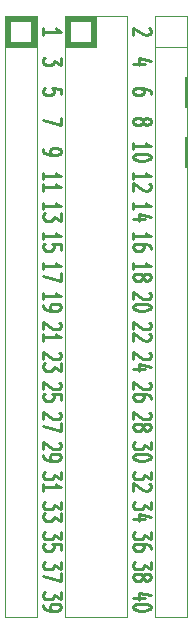
<source format=gto>
G04 #@! TF.GenerationSoftware,KiCad,Pcbnew,7.0.7*
G04 #@! TF.CreationDate,2023-08-24T22:47:44-04:00*
G04 #@! TF.ProjectId,40-pin header to breadboard adaptor,34302d70-696e-4206-9865-616465722074,rev?*
G04 #@! TF.SameCoordinates,Original*
G04 #@! TF.FileFunction,Legend,Top*
G04 #@! TF.FilePolarity,Positive*
%FSLAX46Y46*%
G04 Gerber Fmt 4.6, Leading zero omitted, Abs format (unit mm)*
G04 Created by KiCad (PCBNEW 7.0.7) date 2023-08-24 22:47:44*
%MOMM*%
%LPD*%
G01*
G04 APERTURE LIST*
%ADD10C,0.120000*%
%ADD11C,0.220000*%
%ADD12C,0.150000*%
%ADD13R,1.700000X1.700000*%
%ADD14O,1.700000X1.700000*%
G04 APERTURE END LIST*
D10*
X112335000Y-68774000D02*
X114935000Y-68774000D01*
X114935000Y-71374000D01*
X112335000Y-71374000D01*
X112335000Y-68774000D01*
G36*
X112335000Y-68774000D02*
G01*
X114935000Y-68774000D01*
X114935000Y-71374000D01*
X112335000Y-71374000D01*
X112335000Y-68774000D01*
G37*
D11*
X119562511Y-75374476D02*
X119562511Y-75184000D01*
X119562511Y-75184000D02*
X119491082Y-75088762D01*
X119491082Y-75088762D02*
X119419654Y-75041143D01*
X119419654Y-75041143D02*
X119205368Y-74945905D01*
X119205368Y-74945905D02*
X118919654Y-74898286D01*
X118919654Y-74898286D02*
X118348225Y-74898286D01*
X118348225Y-74898286D02*
X118205368Y-74945905D01*
X118205368Y-74945905D02*
X118133940Y-74993524D01*
X118133940Y-74993524D02*
X118062511Y-75088762D01*
X118062511Y-75088762D02*
X118062511Y-75279238D01*
X118062511Y-75279238D02*
X118133940Y-75374476D01*
X118133940Y-75374476D02*
X118205368Y-75422095D01*
X118205368Y-75422095D02*
X118348225Y-75469714D01*
X118348225Y-75469714D02*
X118705368Y-75469714D01*
X118705368Y-75469714D02*
X118848225Y-75422095D01*
X118848225Y-75422095D02*
X118919654Y-75374476D01*
X118919654Y-75374476D02*
X118991082Y-75279238D01*
X118991082Y-75279238D02*
X118991082Y-75088762D01*
X118991082Y-75088762D02*
X118919654Y-74993524D01*
X118919654Y-74993524D02*
X118848225Y-74945905D01*
X118848225Y-74945905D02*
X118705368Y-74898286D01*
X118919654Y-77628762D02*
X118991082Y-77533524D01*
X118991082Y-77533524D02*
X119062511Y-77485905D01*
X119062511Y-77485905D02*
X119205368Y-77438286D01*
X119205368Y-77438286D02*
X119276797Y-77438286D01*
X119276797Y-77438286D02*
X119419654Y-77485905D01*
X119419654Y-77485905D02*
X119491082Y-77533524D01*
X119491082Y-77533524D02*
X119562511Y-77628762D01*
X119562511Y-77628762D02*
X119562511Y-77819238D01*
X119562511Y-77819238D02*
X119491082Y-77914476D01*
X119491082Y-77914476D02*
X119419654Y-77962095D01*
X119419654Y-77962095D02*
X119276797Y-78009714D01*
X119276797Y-78009714D02*
X119205368Y-78009714D01*
X119205368Y-78009714D02*
X119062511Y-77962095D01*
X119062511Y-77962095D02*
X118991082Y-77914476D01*
X118991082Y-77914476D02*
X118919654Y-77819238D01*
X118919654Y-77819238D02*
X118919654Y-77628762D01*
X118919654Y-77628762D02*
X118848225Y-77533524D01*
X118848225Y-77533524D02*
X118776797Y-77485905D01*
X118776797Y-77485905D02*
X118633940Y-77438286D01*
X118633940Y-77438286D02*
X118348225Y-77438286D01*
X118348225Y-77438286D02*
X118205368Y-77485905D01*
X118205368Y-77485905D02*
X118133940Y-77533524D01*
X118133940Y-77533524D02*
X118062511Y-77628762D01*
X118062511Y-77628762D02*
X118062511Y-77819238D01*
X118062511Y-77819238D02*
X118133940Y-77914476D01*
X118133940Y-77914476D02*
X118205368Y-77962095D01*
X118205368Y-77962095D02*
X118348225Y-78009714D01*
X118348225Y-78009714D02*
X118633940Y-78009714D01*
X118633940Y-78009714D02*
X118776797Y-77962095D01*
X118776797Y-77962095D02*
X118848225Y-77914476D01*
X118848225Y-77914476D02*
X118919654Y-77819238D01*
X119419654Y-69818286D02*
X119491082Y-69865905D01*
X119491082Y-69865905D02*
X119562511Y-69961143D01*
X119562511Y-69961143D02*
X119562511Y-70199238D01*
X119562511Y-70199238D02*
X119491082Y-70294476D01*
X119491082Y-70294476D02*
X119419654Y-70342095D01*
X119419654Y-70342095D02*
X119276797Y-70389714D01*
X119276797Y-70389714D02*
X119133940Y-70389714D01*
X119133940Y-70389714D02*
X118919654Y-70342095D01*
X118919654Y-70342095D02*
X118062511Y-69770667D01*
X118062511Y-69770667D02*
X118062511Y-70389714D01*
X119062511Y-72834476D02*
X118062511Y-72834476D01*
X119633940Y-72596381D02*
X118562511Y-72358286D01*
X118562511Y-72358286D02*
X118562511Y-72977333D01*
X118062511Y-80073523D02*
X118062511Y-79502095D01*
X118062511Y-79787809D02*
X119562511Y-79787809D01*
X119562511Y-79787809D02*
X119348225Y-79692571D01*
X119348225Y-79692571D02*
X119205368Y-79597333D01*
X119205368Y-79597333D02*
X119133940Y-79502095D01*
X119562511Y-80692571D02*
X119562511Y-80787809D01*
X119562511Y-80787809D02*
X119491082Y-80883047D01*
X119491082Y-80883047D02*
X119419654Y-80930666D01*
X119419654Y-80930666D02*
X119276797Y-80978285D01*
X119276797Y-80978285D02*
X118991082Y-81025904D01*
X118991082Y-81025904D02*
X118633940Y-81025904D01*
X118633940Y-81025904D02*
X118348225Y-80978285D01*
X118348225Y-80978285D02*
X118205368Y-80930666D01*
X118205368Y-80930666D02*
X118133940Y-80883047D01*
X118133940Y-80883047D02*
X118062511Y-80787809D01*
X118062511Y-80787809D02*
X118062511Y-80692571D01*
X118062511Y-80692571D02*
X118133940Y-80597333D01*
X118133940Y-80597333D02*
X118205368Y-80549714D01*
X118205368Y-80549714D02*
X118348225Y-80502095D01*
X118348225Y-80502095D02*
X118633940Y-80454476D01*
X118633940Y-80454476D02*
X118991082Y-80454476D01*
X118991082Y-80454476D02*
X119276797Y-80502095D01*
X119276797Y-80502095D02*
X119419654Y-80549714D01*
X119419654Y-80549714D02*
X119491082Y-80597333D01*
X119491082Y-80597333D02*
X119562511Y-80692571D01*
X118062511Y-87693523D02*
X118062511Y-87122095D01*
X118062511Y-87407809D02*
X119562511Y-87407809D01*
X119562511Y-87407809D02*
X119348225Y-87312571D01*
X119348225Y-87312571D02*
X119205368Y-87217333D01*
X119205368Y-87217333D02*
X119133940Y-87122095D01*
X119562511Y-88550666D02*
X119562511Y-88360190D01*
X119562511Y-88360190D02*
X119491082Y-88264952D01*
X119491082Y-88264952D02*
X119419654Y-88217333D01*
X119419654Y-88217333D02*
X119205368Y-88122095D01*
X119205368Y-88122095D02*
X118919654Y-88074476D01*
X118919654Y-88074476D02*
X118348225Y-88074476D01*
X118348225Y-88074476D02*
X118205368Y-88122095D01*
X118205368Y-88122095D02*
X118133940Y-88169714D01*
X118133940Y-88169714D02*
X118062511Y-88264952D01*
X118062511Y-88264952D02*
X118062511Y-88455428D01*
X118062511Y-88455428D02*
X118133940Y-88550666D01*
X118133940Y-88550666D02*
X118205368Y-88598285D01*
X118205368Y-88598285D02*
X118348225Y-88645904D01*
X118348225Y-88645904D02*
X118705368Y-88645904D01*
X118705368Y-88645904D02*
X118848225Y-88598285D01*
X118848225Y-88598285D02*
X118919654Y-88550666D01*
X118919654Y-88550666D02*
X118991082Y-88455428D01*
X118991082Y-88455428D02*
X118991082Y-88264952D01*
X118991082Y-88264952D02*
X118919654Y-88169714D01*
X118919654Y-88169714D02*
X118848225Y-88122095D01*
X118848225Y-88122095D02*
X118705368Y-88074476D01*
X118062511Y-90233523D02*
X118062511Y-89662095D01*
X118062511Y-89947809D02*
X119562511Y-89947809D01*
X119562511Y-89947809D02*
X119348225Y-89852571D01*
X119348225Y-89852571D02*
X119205368Y-89757333D01*
X119205368Y-89757333D02*
X119133940Y-89662095D01*
X118919654Y-90804952D02*
X118991082Y-90709714D01*
X118991082Y-90709714D02*
X119062511Y-90662095D01*
X119062511Y-90662095D02*
X119205368Y-90614476D01*
X119205368Y-90614476D02*
X119276797Y-90614476D01*
X119276797Y-90614476D02*
X119419654Y-90662095D01*
X119419654Y-90662095D02*
X119491082Y-90709714D01*
X119491082Y-90709714D02*
X119562511Y-90804952D01*
X119562511Y-90804952D02*
X119562511Y-90995428D01*
X119562511Y-90995428D02*
X119491082Y-91090666D01*
X119491082Y-91090666D02*
X119419654Y-91138285D01*
X119419654Y-91138285D02*
X119276797Y-91185904D01*
X119276797Y-91185904D02*
X119205368Y-91185904D01*
X119205368Y-91185904D02*
X119062511Y-91138285D01*
X119062511Y-91138285D02*
X118991082Y-91090666D01*
X118991082Y-91090666D02*
X118919654Y-90995428D01*
X118919654Y-90995428D02*
X118919654Y-90804952D01*
X118919654Y-90804952D02*
X118848225Y-90709714D01*
X118848225Y-90709714D02*
X118776797Y-90662095D01*
X118776797Y-90662095D02*
X118633940Y-90614476D01*
X118633940Y-90614476D02*
X118348225Y-90614476D01*
X118348225Y-90614476D02*
X118205368Y-90662095D01*
X118205368Y-90662095D02*
X118133940Y-90709714D01*
X118133940Y-90709714D02*
X118062511Y-90804952D01*
X118062511Y-90804952D02*
X118062511Y-90995428D01*
X118062511Y-90995428D02*
X118133940Y-91090666D01*
X118133940Y-91090666D02*
X118205368Y-91138285D01*
X118205368Y-91138285D02*
X118348225Y-91185904D01*
X118348225Y-91185904D02*
X118633940Y-91185904D01*
X118633940Y-91185904D02*
X118776797Y-91138285D01*
X118776797Y-91138285D02*
X118848225Y-91090666D01*
X118848225Y-91090666D02*
X118919654Y-90995428D01*
X118062511Y-82613523D02*
X118062511Y-82042095D01*
X118062511Y-82327809D02*
X119562511Y-82327809D01*
X119562511Y-82327809D02*
X119348225Y-82232571D01*
X119348225Y-82232571D02*
X119205368Y-82137333D01*
X119205368Y-82137333D02*
X119133940Y-82042095D01*
X119419654Y-82994476D02*
X119491082Y-83042095D01*
X119491082Y-83042095D02*
X119562511Y-83137333D01*
X119562511Y-83137333D02*
X119562511Y-83375428D01*
X119562511Y-83375428D02*
X119491082Y-83470666D01*
X119491082Y-83470666D02*
X119419654Y-83518285D01*
X119419654Y-83518285D02*
X119276797Y-83565904D01*
X119276797Y-83565904D02*
X119133940Y-83565904D01*
X119133940Y-83565904D02*
X118919654Y-83518285D01*
X118919654Y-83518285D02*
X118062511Y-82946857D01*
X118062511Y-82946857D02*
X118062511Y-83565904D01*
X118062511Y-85153523D02*
X118062511Y-84582095D01*
X118062511Y-84867809D02*
X119562511Y-84867809D01*
X119562511Y-84867809D02*
X119348225Y-84772571D01*
X119348225Y-84772571D02*
X119205368Y-84677333D01*
X119205368Y-84677333D02*
X119133940Y-84582095D01*
X119062511Y-86010666D02*
X118062511Y-86010666D01*
X119633940Y-85772571D02*
X118562511Y-85534476D01*
X118562511Y-85534476D02*
X118562511Y-86153523D01*
X119419654Y-92202095D02*
X119491082Y-92249714D01*
X119491082Y-92249714D02*
X119562511Y-92344952D01*
X119562511Y-92344952D02*
X119562511Y-92583047D01*
X119562511Y-92583047D02*
X119491082Y-92678285D01*
X119491082Y-92678285D02*
X119419654Y-92725904D01*
X119419654Y-92725904D02*
X119276797Y-92773523D01*
X119276797Y-92773523D02*
X119133940Y-92773523D01*
X119133940Y-92773523D02*
X118919654Y-92725904D01*
X118919654Y-92725904D02*
X118062511Y-92154476D01*
X118062511Y-92154476D02*
X118062511Y-92773523D01*
X119562511Y-93392571D02*
X119562511Y-93487809D01*
X119562511Y-93487809D02*
X119491082Y-93583047D01*
X119491082Y-93583047D02*
X119419654Y-93630666D01*
X119419654Y-93630666D02*
X119276797Y-93678285D01*
X119276797Y-93678285D02*
X118991082Y-93725904D01*
X118991082Y-93725904D02*
X118633940Y-93725904D01*
X118633940Y-93725904D02*
X118348225Y-93678285D01*
X118348225Y-93678285D02*
X118205368Y-93630666D01*
X118205368Y-93630666D02*
X118133940Y-93583047D01*
X118133940Y-93583047D02*
X118062511Y-93487809D01*
X118062511Y-93487809D02*
X118062511Y-93392571D01*
X118062511Y-93392571D02*
X118133940Y-93297333D01*
X118133940Y-93297333D02*
X118205368Y-93249714D01*
X118205368Y-93249714D02*
X118348225Y-93202095D01*
X118348225Y-93202095D02*
X118633940Y-93154476D01*
X118633940Y-93154476D02*
X118991082Y-93154476D01*
X118991082Y-93154476D02*
X119276797Y-93202095D01*
X119276797Y-93202095D02*
X119419654Y-93249714D01*
X119419654Y-93249714D02*
X119491082Y-93297333D01*
X119491082Y-93297333D02*
X119562511Y-93392571D01*
X119419654Y-99822095D02*
X119491082Y-99869714D01*
X119491082Y-99869714D02*
X119562511Y-99964952D01*
X119562511Y-99964952D02*
X119562511Y-100203047D01*
X119562511Y-100203047D02*
X119491082Y-100298285D01*
X119491082Y-100298285D02*
X119419654Y-100345904D01*
X119419654Y-100345904D02*
X119276797Y-100393523D01*
X119276797Y-100393523D02*
X119133940Y-100393523D01*
X119133940Y-100393523D02*
X118919654Y-100345904D01*
X118919654Y-100345904D02*
X118062511Y-99774476D01*
X118062511Y-99774476D02*
X118062511Y-100393523D01*
X119562511Y-101250666D02*
X119562511Y-101060190D01*
X119562511Y-101060190D02*
X119491082Y-100964952D01*
X119491082Y-100964952D02*
X119419654Y-100917333D01*
X119419654Y-100917333D02*
X119205368Y-100822095D01*
X119205368Y-100822095D02*
X118919654Y-100774476D01*
X118919654Y-100774476D02*
X118348225Y-100774476D01*
X118348225Y-100774476D02*
X118205368Y-100822095D01*
X118205368Y-100822095D02*
X118133940Y-100869714D01*
X118133940Y-100869714D02*
X118062511Y-100964952D01*
X118062511Y-100964952D02*
X118062511Y-101155428D01*
X118062511Y-101155428D02*
X118133940Y-101250666D01*
X118133940Y-101250666D02*
X118205368Y-101298285D01*
X118205368Y-101298285D02*
X118348225Y-101345904D01*
X118348225Y-101345904D02*
X118705368Y-101345904D01*
X118705368Y-101345904D02*
X118848225Y-101298285D01*
X118848225Y-101298285D02*
X118919654Y-101250666D01*
X118919654Y-101250666D02*
X118991082Y-101155428D01*
X118991082Y-101155428D02*
X118991082Y-100964952D01*
X118991082Y-100964952D02*
X118919654Y-100869714D01*
X118919654Y-100869714D02*
X118848225Y-100822095D01*
X118848225Y-100822095D02*
X118705368Y-100774476D01*
X119419654Y-102362095D02*
X119491082Y-102409714D01*
X119491082Y-102409714D02*
X119562511Y-102504952D01*
X119562511Y-102504952D02*
X119562511Y-102743047D01*
X119562511Y-102743047D02*
X119491082Y-102838285D01*
X119491082Y-102838285D02*
X119419654Y-102885904D01*
X119419654Y-102885904D02*
X119276797Y-102933523D01*
X119276797Y-102933523D02*
X119133940Y-102933523D01*
X119133940Y-102933523D02*
X118919654Y-102885904D01*
X118919654Y-102885904D02*
X118062511Y-102314476D01*
X118062511Y-102314476D02*
X118062511Y-102933523D01*
X118919654Y-103504952D02*
X118991082Y-103409714D01*
X118991082Y-103409714D02*
X119062511Y-103362095D01*
X119062511Y-103362095D02*
X119205368Y-103314476D01*
X119205368Y-103314476D02*
X119276797Y-103314476D01*
X119276797Y-103314476D02*
X119419654Y-103362095D01*
X119419654Y-103362095D02*
X119491082Y-103409714D01*
X119491082Y-103409714D02*
X119562511Y-103504952D01*
X119562511Y-103504952D02*
X119562511Y-103695428D01*
X119562511Y-103695428D02*
X119491082Y-103790666D01*
X119491082Y-103790666D02*
X119419654Y-103838285D01*
X119419654Y-103838285D02*
X119276797Y-103885904D01*
X119276797Y-103885904D02*
X119205368Y-103885904D01*
X119205368Y-103885904D02*
X119062511Y-103838285D01*
X119062511Y-103838285D02*
X118991082Y-103790666D01*
X118991082Y-103790666D02*
X118919654Y-103695428D01*
X118919654Y-103695428D02*
X118919654Y-103504952D01*
X118919654Y-103504952D02*
X118848225Y-103409714D01*
X118848225Y-103409714D02*
X118776797Y-103362095D01*
X118776797Y-103362095D02*
X118633940Y-103314476D01*
X118633940Y-103314476D02*
X118348225Y-103314476D01*
X118348225Y-103314476D02*
X118205368Y-103362095D01*
X118205368Y-103362095D02*
X118133940Y-103409714D01*
X118133940Y-103409714D02*
X118062511Y-103504952D01*
X118062511Y-103504952D02*
X118062511Y-103695428D01*
X118062511Y-103695428D02*
X118133940Y-103790666D01*
X118133940Y-103790666D02*
X118205368Y-103838285D01*
X118205368Y-103838285D02*
X118348225Y-103885904D01*
X118348225Y-103885904D02*
X118633940Y-103885904D01*
X118633940Y-103885904D02*
X118776797Y-103838285D01*
X118776797Y-103838285D02*
X118848225Y-103790666D01*
X118848225Y-103790666D02*
X118919654Y-103695428D01*
X119419654Y-94742095D02*
X119491082Y-94789714D01*
X119491082Y-94789714D02*
X119562511Y-94884952D01*
X119562511Y-94884952D02*
X119562511Y-95123047D01*
X119562511Y-95123047D02*
X119491082Y-95218285D01*
X119491082Y-95218285D02*
X119419654Y-95265904D01*
X119419654Y-95265904D02*
X119276797Y-95313523D01*
X119276797Y-95313523D02*
X119133940Y-95313523D01*
X119133940Y-95313523D02*
X118919654Y-95265904D01*
X118919654Y-95265904D02*
X118062511Y-94694476D01*
X118062511Y-94694476D02*
X118062511Y-95313523D01*
X119419654Y-95694476D02*
X119491082Y-95742095D01*
X119491082Y-95742095D02*
X119562511Y-95837333D01*
X119562511Y-95837333D02*
X119562511Y-96075428D01*
X119562511Y-96075428D02*
X119491082Y-96170666D01*
X119491082Y-96170666D02*
X119419654Y-96218285D01*
X119419654Y-96218285D02*
X119276797Y-96265904D01*
X119276797Y-96265904D02*
X119133940Y-96265904D01*
X119133940Y-96265904D02*
X118919654Y-96218285D01*
X118919654Y-96218285D02*
X118062511Y-95646857D01*
X118062511Y-95646857D02*
X118062511Y-96265904D01*
X119419654Y-97282095D02*
X119491082Y-97329714D01*
X119491082Y-97329714D02*
X119562511Y-97424952D01*
X119562511Y-97424952D02*
X119562511Y-97663047D01*
X119562511Y-97663047D02*
X119491082Y-97758285D01*
X119491082Y-97758285D02*
X119419654Y-97805904D01*
X119419654Y-97805904D02*
X119276797Y-97853523D01*
X119276797Y-97853523D02*
X119133940Y-97853523D01*
X119133940Y-97853523D02*
X118919654Y-97805904D01*
X118919654Y-97805904D02*
X118062511Y-97234476D01*
X118062511Y-97234476D02*
X118062511Y-97853523D01*
X119062511Y-98710666D02*
X118062511Y-98710666D01*
X119633940Y-98472571D02*
X118562511Y-98234476D01*
X118562511Y-98234476D02*
X118562511Y-98853523D01*
X119562511Y-104854476D02*
X119562511Y-105473523D01*
X119562511Y-105473523D02*
X118991082Y-105140190D01*
X118991082Y-105140190D02*
X118991082Y-105283047D01*
X118991082Y-105283047D02*
X118919654Y-105378285D01*
X118919654Y-105378285D02*
X118848225Y-105425904D01*
X118848225Y-105425904D02*
X118705368Y-105473523D01*
X118705368Y-105473523D02*
X118348225Y-105473523D01*
X118348225Y-105473523D02*
X118205368Y-105425904D01*
X118205368Y-105425904D02*
X118133940Y-105378285D01*
X118133940Y-105378285D02*
X118062511Y-105283047D01*
X118062511Y-105283047D02*
X118062511Y-104997333D01*
X118062511Y-104997333D02*
X118133940Y-104902095D01*
X118133940Y-104902095D02*
X118205368Y-104854476D01*
X119562511Y-106092571D02*
X119562511Y-106187809D01*
X119562511Y-106187809D02*
X119491082Y-106283047D01*
X119491082Y-106283047D02*
X119419654Y-106330666D01*
X119419654Y-106330666D02*
X119276797Y-106378285D01*
X119276797Y-106378285D02*
X118991082Y-106425904D01*
X118991082Y-106425904D02*
X118633940Y-106425904D01*
X118633940Y-106425904D02*
X118348225Y-106378285D01*
X118348225Y-106378285D02*
X118205368Y-106330666D01*
X118205368Y-106330666D02*
X118133940Y-106283047D01*
X118133940Y-106283047D02*
X118062511Y-106187809D01*
X118062511Y-106187809D02*
X118062511Y-106092571D01*
X118062511Y-106092571D02*
X118133940Y-105997333D01*
X118133940Y-105997333D02*
X118205368Y-105949714D01*
X118205368Y-105949714D02*
X118348225Y-105902095D01*
X118348225Y-105902095D02*
X118633940Y-105854476D01*
X118633940Y-105854476D02*
X118991082Y-105854476D01*
X118991082Y-105854476D02*
X119276797Y-105902095D01*
X119276797Y-105902095D02*
X119419654Y-105949714D01*
X119419654Y-105949714D02*
X119491082Y-105997333D01*
X119491082Y-105997333D02*
X119562511Y-106092571D01*
X119562511Y-112474476D02*
X119562511Y-113093523D01*
X119562511Y-113093523D02*
X118991082Y-112760190D01*
X118991082Y-112760190D02*
X118991082Y-112903047D01*
X118991082Y-112903047D02*
X118919654Y-112998285D01*
X118919654Y-112998285D02*
X118848225Y-113045904D01*
X118848225Y-113045904D02*
X118705368Y-113093523D01*
X118705368Y-113093523D02*
X118348225Y-113093523D01*
X118348225Y-113093523D02*
X118205368Y-113045904D01*
X118205368Y-113045904D02*
X118133940Y-112998285D01*
X118133940Y-112998285D02*
X118062511Y-112903047D01*
X118062511Y-112903047D02*
X118062511Y-112617333D01*
X118062511Y-112617333D02*
X118133940Y-112522095D01*
X118133940Y-112522095D02*
X118205368Y-112474476D01*
X119562511Y-113950666D02*
X119562511Y-113760190D01*
X119562511Y-113760190D02*
X119491082Y-113664952D01*
X119491082Y-113664952D02*
X119419654Y-113617333D01*
X119419654Y-113617333D02*
X119205368Y-113522095D01*
X119205368Y-113522095D02*
X118919654Y-113474476D01*
X118919654Y-113474476D02*
X118348225Y-113474476D01*
X118348225Y-113474476D02*
X118205368Y-113522095D01*
X118205368Y-113522095D02*
X118133940Y-113569714D01*
X118133940Y-113569714D02*
X118062511Y-113664952D01*
X118062511Y-113664952D02*
X118062511Y-113855428D01*
X118062511Y-113855428D02*
X118133940Y-113950666D01*
X118133940Y-113950666D02*
X118205368Y-113998285D01*
X118205368Y-113998285D02*
X118348225Y-114045904D01*
X118348225Y-114045904D02*
X118705368Y-114045904D01*
X118705368Y-114045904D02*
X118848225Y-113998285D01*
X118848225Y-113998285D02*
X118919654Y-113950666D01*
X118919654Y-113950666D02*
X118991082Y-113855428D01*
X118991082Y-113855428D02*
X118991082Y-113664952D01*
X118991082Y-113664952D02*
X118919654Y-113569714D01*
X118919654Y-113569714D02*
X118848225Y-113522095D01*
X118848225Y-113522095D02*
X118705368Y-113474476D01*
X119562511Y-115014476D02*
X119562511Y-115633523D01*
X119562511Y-115633523D02*
X118991082Y-115300190D01*
X118991082Y-115300190D02*
X118991082Y-115443047D01*
X118991082Y-115443047D02*
X118919654Y-115538285D01*
X118919654Y-115538285D02*
X118848225Y-115585904D01*
X118848225Y-115585904D02*
X118705368Y-115633523D01*
X118705368Y-115633523D02*
X118348225Y-115633523D01*
X118348225Y-115633523D02*
X118205368Y-115585904D01*
X118205368Y-115585904D02*
X118133940Y-115538285D01*
X118133940Y-115538285D02*
X118062511Y-115443047D01*
X118062511Y-115443047D02*
X118062511Y-115157333D01*
X118062511Y-115157333D02*
X118133940Y-115062095D01*
X118133940Y-115062095D02*
X118205368Y-115014476D01*
X118919654Y-116204952D02*
X118991082Y-116109714D01*
X118991082Y-116109714D02*
X119062511Y-116062095D01*
X119062511Y-116062095D02*
X119205368Y-116014476D01*
X119205368Y-116014476D02*
X119276797Y-116014476D01*
X119276797Y-116014476D02*
X119419654Y-116062095D01*
X119419654Y-116062095D02*
X119491082Y-116109714D01*
X119491082Y-116109714D02*
X119562511Y-116204952D01*
X119562511Y-116204952D02*
X119562511Y-116395428D01*
X119562511Y-116395428D02*
X119491082Y-116490666D01*
X119491082Y-116490666D02*
X119419654Y-116538285D01*
X119419654Y-116538285D02*
X119276797Y-116585904D01*
X119276797Y-116585904D02*
X119205368Y-116585904D01*
X119205368Y-116585904D02*
X119062511Y-116538285D01*
X119062511Y-116538285D02*
X118991082Y-116490666D01*
X118991082Y-116490666D02*
X118919654Y-116395428D01*
X118919654Y-116395428D02*
X118919654Y-116204952D01*
X118919654Y-116204952D02*
X118848225Y-116109714D01*
X118848225Y-116109714D02*
X118776797Y-116062095D01*
X118776797Y-116062095D02*
X118633940Y-116014476D01*
X118633940Y-116014476D02*
X118348225Y-116014476D01*
X118348225Y-116014476D02*
X118205368Y-116062095D01*
X118205368Y-116062095D02*
X118133940Y-116109714D01*
X118133940Y-116109714D02*
X118062511Y-116204952D01*
X118062511Y-116204952D02*
X118062511Y-116395428D01*
X118062511Y-116395428D02*
X118133940Y-116490666D01*
X118133940Y-116490666D02*
X118205368Y-116538285D01*
X118205368Y-116538285D02*
X118348225Y-116585904D01*
X118348225Y-116585904D02*
X118633940Y-116585904D01*
X118633940Y-116585904D02*
X118776797Y-116538285D01*
X118776797Y-116538285D02*
X118848225Y-116490666D01*
X118848225Y-116490666D02*
X118919654Y-116395428D01*
X119562511Y-107394476D02*
X119562511Y-108013523D01*
X119562511Y-108013523D02*
X118991082Y-107680190D01*
X118991082Y-107680190D02*
X118991082Y-107823047D01*
X118991082Y-107823047D02*
X118919654Y-107918285D01*
X118919654Y-107918285D02*
X118848225Y-107965904D01*
X118848225Y-107965904D02*
X118705368Y-108013523D01*
X118705368Y-108013523D02*
X118348225Y-108013523D01*
X118348225Y-108013523D02*
X118205368Y-107965904D01*
X118205368Y-107965904D02*
X118133940Y-107918285D01*
X118133940Y-107918285D02*
X118062511Y-107823047D01*
X118062511Y-107823047D02*
X118062511Y-107537333D01*
X118062511Y-107537333D02*
X118133940Y-107442095D01*
X118133940Y-107442095D02*
X118205368Y-107394476D01*
X119419654Y-108394476D02*
X119491082Y-108442095D01*
X119491082Y-108442095D02*
X119562511Y-108537333D01*
X119562511Y-108537333D02*
X119562511Y-108775428D01*
X119562511Y-108775428D02*
X119491082Y-108870666D01*
X119491082Y-108870666D02*
X119419654Y-108918285D01*
X119419654Y-108918285D02*
X119276797Y-108965904D01*
X119276797Y-108965904D02*
X119133940Y-108965904D01*
X119133940Y-108965904D02*
X118919654Y-108918285D01*
X118919654Y-108918285D02*
X118062511Y-108346857D01*
X118062511Y-108346857D02*
X118062511Y-108965904D01*
X119562511Y-109934476D02*
X119562511Y-110553523D01*
X119562511Y-110553523D02*
X118991082Y-110220190D01*
X118991082Y-110220190D02*
X118991082Y-110363047D01*
X118991082Y-110363047D02*
X118919654Y-110458285D01*
X118919654Y-110458285D02*
X118848225Y-110505904D01*
X118848225Y-110505904D02*
X118705368Y-110553523D01*
X118705368Y-110553523D02*
X118348225Y-110553523D01*
X118348225Y-110553523D02*
X118205368Y-110505904D01*
X118205368Y-110505904D02*
X118133940Y-110458285D01*
X118133940Y-110458285D02*
X118062511Y-110363047D01*
X118062511Y-110363047D02*
X118062511Y-110077333D01*
X118062511Y-110077333D02*
X118133940Y-109982095D01*
X118133940Y-109982095D02*
X118205368Y-109934476D01*
X119062511Y-111410666D02*
X118062511Y-111410666D01*
X119633940Y-111172571D02*
X118562511Y-110934476D01*
X118562511Y-110934476D02*
X118562511Y-111553523D01*
X119062511Y-118078285D02*
X118062511Y-118078285D01*
X119633940Y-117840190D02*
X118562511Y-117602095D01*
X118562511Y-117602095D02*
X118562511Y-118221142D01*
X119562511Y-118792571D02*
X119562511Y-118887809D01*
X119562511Y-118887809D02*
X119491082Y-118983047D01*
X119491082Y-118983047D02*
X119419654Y-119030666D01*
X119419654Y-119030666D02*
X119276797Y-119078285D01*
X119276797Y-119078285D02*
X118991082Y-119125904D01*
X118991082Y-119125904D02*
X118633940Y-119125904D01*
X118633940Y-119125904D02*
X118348225Y-119078285D01*
X118348225Y-119078285D02*
X118205368Y-119030666D01*
X118205368Y-119030666D02*
X118133940Y-118983047D01*
X118133940Y-118983047D02*
X118062511Y-118887809D01*
X118062511Y-118887809D02*
X118062511Y-118792571D01*
X118062511Y-118792571D02*
X118133940Y-118697333D01*
X118133940Y-118697333D02*
X118205368Y-118649714D01*
X118205368Y-118649714D02*
X118348225Y-118602095D01*
X118348225Y-118602095D02*
X118633940Y-118554476D01*
X118633940Y-118554476D02*
X118991082Y-118554476D01*
X118991082Y-118554476D02*
X119276797Y-118602095D01*
X119276797Y-118602095D02*
X119419654Y-118649714D01*
X119419654Y-118649714D02*
X119491082Y-118697333D01*
X119491082Y-118697333D02*
X119562511Y-118792571D01*
X111942511Y-112474476D02*
X111942511Y-113093523D01*
X111942511Y-113093523D02*
X111371082Y-112760190D01*
X111371082Y-112760190D02*
X111371082Y-112903047D01*
X111371082Y-112903047D02*
X111299654Y-112998285D01*
X111299654Y-112998285D02*
X111228225Y-113045904D01*
X111228225Y-113045904D02*
X111085368Y-113093523D01*
X111085368Y-113093523D02*
X110728225Y-113093523D01*
X110728225Y-113093523D02*
X110585368Y-113045904D01*
X110585368Y-113045904D02*
X110513940Y-112998285D01*
X110513940Y-112998285D02*
X110442511Y-112903047D01*
X110442511Y-112903047D02*
X110442511Y-112617333D01*
X110442511Y-112617333D02*
X110513940Y-112522095D01*
X110513940Y-112522095D02*
X110585368Y-112474476D01*
X111942511Y-113998285D02*
X111942511Y-113522095D01*
X111942511Y-113522095D02*
X111228225Y-113474476D01*
X111228225Y-113474476D02*
X111299654Y-113522095D01*
X111299654Y-113522095D02*
X111371082Y-113617333D01*
X111371082Y-113617333D02*
X111371082Y-113855428D01*
X111371082Y-113855428D02*
X111299654Y-113950666D01*
X111299654Y-113950666D02*
X111228225Y-113998285D01*
X111228225Y-113998285D02*
X111085368Y-114045904D01*
X111085368Y-114045904D02*
X110728225Y-114045904D01*
X110728225Y-114045904D02*
X110585368Y-113998285D01*
X110585368Y-113998285D02*
X110513940Y-113950666D01*
X110513940Y-113950666D02*
X110442511Y-113855428D01*
X110442511Y-113855428D02*
X110442511Y-113617333D01*
X110442511Y-113617333D02*
X110513940Y-113522095D01*
X110513940Y-113522095D02*
X110585368Y-113474476D01*
X111942511Y-115014476D02*
X111942511Y-115633523D01*
X111942511Y-115633523D02*
X111371082Y-115300190D01*
X111371082Y-115300190D02*
X111371082Y-115443047D01*
X111371082Y-115443047D02*
X111299654Y-115538285D01*
X111299654Y-115538285D02*
X111228225Y-115585904D01*
X111228225Y-115585904D02*
X111085368Y-115633523D01*
X111085368Y-115633523D02*
X110728225Y-115633523D01*
X110728225Y-115633523D02*
X110585368Y-115585904D01*
X110585368Y-115585904D02*
X110513940Y-115538285D01*
X110513940Y-115538285D02*
X110442511Y-115443047D01*
X110442511Y-115443047D02*
X110442511Y-115157333D01*
X110442511Y-115157333D02*
X110513940Y-115062095D01*
X110513940Y-115062095D02*
X110585368Y-115014476D01*
X111942511Y-115966857D02*
X111942511Y-116633523D01*
X111942511Y-116633523D02*
X110442511Y-116204952D01*
X111942511Y-107394476D02*
X111942511Y-108013523D01*
X111942511Y-108013523D02*
X111371082Y-107680190D01*
X111371082Y-107680190D02*
X111371082Y-107823047D01*
X111371082Y-107823047D02*
X111299654Y-107918285D01*
X111299654Y-107918285D02*
X111228225Y-107965904D01*
X111228225Y-107965904D02*
X111085368Y-108013523D01*
X111085368Y-108013523D02*
X110728225Y-108013523D01*
X110728225Y-108013523D02*
X110585368Y-107965904D01*
X110585368Y-107965904D02*
X110513940Y-107918285D01*
X110513940Y-107918285D02*
X110442511Y-107823047D01*
X110442511Y-107823047D02*
X110442511Y-107537333D01*
X110442511Y-107537333D02*
X110513940Y-107442095D01*
X110513940Y-107442095D02*
X110585368Y-107394476D01*
X110442511Y-108965904D02*
X110442511Y-108394476D01*
X110442511Y-108680190D02*
X111942511Y-108680190D01*
X111942511Y-108680190D02*
X111728225Y-108584952D01*
X111728225Y-108584952D02*
X111585368Y-108489714D01*
X111585368Y-108489714D02*
X111513940Y-108394476D01*
X111942511Y-109934476D02*
X111942511Y-110553523D01*
X111942511Y-110553523D02*
X111371082Y-110220190D01*
X111371082Y-110220190D02*
X111371082Y-110363047D01*
X111371082Y-110363047D02*
X111299654Y-110458285D01*
X111299654Y-110458285D02*
X111228225Y-110505904D01*
X111228225Y-110505904D02*
X111085368Y-110553523D01*
X111085368Y-110553523D02*
X110728225Y-110553523D01*
X110728225Y-110553523D02*
X110585368Y-110505904D01*
X110585368Y-110505904D02*
X110513940Y-110458285D01*
X110513940Y-110458285D02*
X110442511Y-110363047D01*
X110442511Y-110363047D02*
X110442511Y-110077333D01*
X110442511Y-110077333D02*
X110513940Y-109982095D01*
X110513940Y-109982095D02*
X110585368Y-109934476D01*
X111942511Y-110886857D02*
X111942511Y-111505904D01*
X111942511Y-111505904D02*
X111371082Y-111172571D01*
X111371082Y-111172571D02*
X111371082Y-111315428D01*
X111371082Y-111315428D02*
X111299654Y-111410666D01*
X111299654Y-111410666D02*
X111228225Y-111458285D01*
X111228225Y-111458285D02*
X111085368Y-111505904D01*
X111085368Y-111505904D02*
X110728225Y-111505904D01*
X110728225Y-111505904D02*
X110585368Y-111458285D01*
X110585368Y-111458285D02*
X110513940Y-111410666D01*
X110513940Y-111410666D02*
X110442511Y-111315428D01*
X110442511Y-111315428D02*
X110442511Y-111029714D01*
X110442511Y-111029714D02*
X110513940Y-110934476D01*
X110513940Y-110934476D02*
X110585368Y-110886857D01*
X111942511Y-117554476D02*
X111942511Y-118173523D01*
X111942511Y-118173523D02*
X111371082Y-117840190D01*
X111371082Y-117840190D02*
X111371082Y-117983047D01*
X111371082Y-117983047D02*
X111299654Y-118078285D01*
X111299654Y-118078285D02*
X111228225Y-118125904D01*
X111228225Y-118125904D02*
X111085368Y-118173523D01*
X111085368Y-118173523D02*
X110728225Y-118173523D01*
X110728225Y-118173523D02*
X110585368Y-118125904D01*
X110585368Y-118125904D02*
X110513940Y-118078285D01*
X110513940Y-118078285D02*
X110442511Y-117983047D01*
X110442511Y-117983047D02*
X110442511Y-117697333D01*
X110442511Y-117697333D02*
X110513940Y-117602095D01*
X110513940Y-117602095D02*
X110585368Y-117554476D01*
X110442511Y-118649714D02*
X110442511Y-118840190D01*
X110442511Y-118840190D02*
X110513940Y-118935428D01*
X110513940Y-118935428D02*
X110585368Y-118983047D01*
X110585368Y-118983047D02*
X110799654Y-119078285D01*
X110799654Y-119078285D02*
X111085368Y-119125904D01*
X111085368Y-119125904D02*
X111656797Y-119125904D01*
X111656797Y-119125904D02*
X111799654Y-119078285D01*
X111799654Y-119078285D02*
X111871082Y-119030666D01*
X111871082Y-119030666D02*
X111942511Y-118935428D01*
X111942511Y-118935428D02*
X111942511Y-118744952D01*
X111942511Y-118744952D02*
X111871082Y-118649714D01*
X111871082Y-118649714D02*
X111799654Y-118602095D01*
X111799654Y-118602095D02*
X111656797Y-118554476D01*
X111656797Y-118554476D02*
X111299654Y-118554476D01*
X111299654Y-118554476D02*
X111156797Y-118602095D01*
X111156797Y-118602095D02*
X111085368Y-118649714D01*
X111085368Y-118649714D02*
X111013940Y-118744952D01*
X111013940Y-118744952D02*
X111013940Y-118935428D01*
X111013940Y-118935428D02*
X111085368Y-119030666D01*
X111085368Y-119030666D02*
X111156797Y-119078285D01*
X111156797Y-119078285D02*
X111299654Y-119125904D01*
X111799654Y-99822095D02*
X111871082Y-99869714D01*
X111871082Y-99869714D02*
X111942511Y-99964952D01*
X111942511Y-99964952D02*
X111942511Y-100203047D01*
X111942511Y-100203047D02*
X111871082Y-100298285D01*
X111871082Y-100298285D02*
X111799654Y-100345904D01*
X111799654Y-100345904D02*
X111656797Y-100393523D01*
X111656797Y-100393523D02*
X111513940Y-100393523D01*
X111513940Y-100393523D02*
X111299654Y-100345904D01*
X111299654Y-100345904D02*
X110442511Y-99774476D01*
X110442511Y-99774476D02*
X110442511Y-100393523D01*
X111942511Y-101298285D02*
X111942511Y-100822095D01*
X111942511Y-100822095D02*
X111228225Y-100774476D01*
X111228225Y-100774476D02*
X111299654Y-100822095D01*
X111299654Y-100822095D02*
X111371082Y-100917333D01*
X111371082Y-100917333D02*
X111371082Y-101155428D01*
X111371082Y-101155428D02*
X111299654Y-101250666D01*
X111299654Y-101250666D02*
X111228225Y-101298285D01*
X111228225Y-101298285D02*
X111085368Y-101345904D01*
X111085368Y-101345904D02*
X110728225Y-101345904D01*
X110728225Y-101345904D02*
X110585368Y-101298285D01*
X110585368Y-101298285D02*
X110513940Y-101250666D01*
X110513940Y-101250666D02*
X110442511Y-101155428D01*
X110442511Y-101155428D02*
X110442511Y-100917333D01*
X110442511Y-100917333D02*
X110513940Y-100822095D01*
X110513940Y-100822095D02*
X110585368Y-100774476D01*
X111799654Y-102362095D02*
X111871082Y-102409714D01*
X111871082Y-102409714D02*
X111942511Y-102504952D01*
X111942511Y-102504952D02*
X111942511Y-102743047D01*
X111942511Y-102743047D02*
X111871082Y-102838285D01*
X111871082Y-102838285D02*
X111799654Y-102885904D01*
X111799654Y-102885904D02*
X111656797Y-102933523D01*
X111656797Y-102933523D02*
X111513940Y-102933523D01*
X111513940Y-102933523D02*
X111299654Y-102885904D01*
X111299654Y-102885904D02*
X110442511Y-102314476D01*
X110442511Y-102314476D02*
X110442511Y-102933523D01*
X111942511Y-103266857D02*
X111942511Y-103933523D01*
X111942511Y-103933523D02*
X110442511Y-103504952D01*
X111799654Y-94742095D02*
X111871082Y-94789714D01*
X111871082Y-94789714D02*
X111942511Y-94884952D01*
X111942511Y-94884952D02*
X111942511Y-95123047D01*
X111942511Y-95123047D02*
X111871082Y-95218285D01*
X111871082Y-95218285D02*
X111799654Y-95265904D01*
X111799654Y-95265904D02*
X111656797Y-95313523D01*
X111656797Y-95313523D02*
X111513940Y-95313523D01*
X111513940Y-95313523D02*
X111299654Y-95265904D01*
X111299654Y-95265904D02*
X110442511Y-94694476D01*
X110442511Y-94694476D02*
X110442511Y-95313523D01*
X110442511Y-96265904D02*
X110442511Y-95694476D01*
X110442511Y-95980190D02*
X111942511Y-95980190D01*
X111942511Y-95980190D02*
X111728225Y-95884952D01*
X111728225Y-95884952D02*
X111585368Y-95789714D01*
X111585368Y-95789714D02*
X111513940Y-95694476D01*
X111799654Y-97282095D02*
X111871082Y-97329714D01*
X111871082Y-97329714D02*
X111942511Y-97424952D01*
X111942511Y-97424952D02*
X111942511Y-97663047D01*
X111942511Y-97663047D02*
X111871082Y-97758285D01*
X111871082Y-97758285D02*
X111799654Y-97805904D01*
X111799654Y-97805904D02*
X111656797Y-97853523D01*
X111656797Y-97853523D02*
X111513940Y-97853523D01*
X111513940Y-97853523D02*
X111299654Y-97805904D01*
X111299654Y-97805904D02*
X110442511Y-97234476D01*
X110442511Y-97234476D02*
X110442511Y-97853523D01*
X111942511Y-98186857D02*
X111942511Y-98805904D01*
X111942511Y-98805904D02*
X111371082Y-98472571D01*
X111371082Y-98472571D02*
X111371082Y-98615428D01*
X111371082Y-98615428D02*
X111299654Y-98710666D01*
X111299654Y-98710666D02*
X111228225Y-98758285D01*
X111228225Y-98758285D02*
X111085368Y-98805904D01*
X111085368Y-98805904D02*
X110728225Y-98805904D01*
X110728225Y-98805904D02*
X110585368Y-98758285D01*
X110585368Y-98758285D02*
X110513940Y-98710666D01*
X110513940Y-98710666D02*
X110442511Y-98615428D01*
X110442511Y-98615428D02*
X110442511Y-98329714D01*
X110442511Y-98329714D02*
X110513940Y-98234476D01*
X110513940Y-98234476D02*
X110585368Y-98186857D01*
X111799654Y-104902095D02*
X111871082Y-104949714D01*
X111871082Y-104949714D02*
X111942511Y-105044952D01*
X111942511Y-105044952D02*
X111942511Y-105283047D01*
X111942511Y-105283047D02*
X111871082Y-105378285D01*
X111871082Y-105378285D02*
X111799654Y-105425904D01*
X111799654Y-105425904D02*
X111656797Y-105473523D01*
X111656797Y-105473523D02*
X111513940Y-105473523D01*
X111513940Y-105473523D02*
X111299654Y-105425904D01*
X111299654Y-105425904D02*
X110442511Y-104854476D01*
X110442511Y-104854476D02*
X110442511Y-105473523D01*
X110442511Y-105949714D02*
X110442511Y-106140190D01*
X110442511Y-106140190D02*
X110513940Y-106235428D01*
X110513940Y-106235428D02*
X110585368Y-106283047D01*
X110585368Y-106283047D02*
X110799654Y-106378285D01*
X110799654Y-106378285D02*
X111085368Y-106425904D01*
X111085368Y-106425904D02*
X111656797Y-106425904D01*
X111656797Y-106425904D02*
X111799654Y-106378285D01*
X111799654Y-106378285D02*
X111871082Y-106330666D01*
X111871082Y-106330666D02*
X111942511Y-106235428D01*
X111942511Y-106235428D02*
X111942511Y-106044952D01*
X111942511Y-106044952D02*
X111871082Y-105949714D01*
X111871082Y-105949714D02*
X111799654Y-105902095D01*
X111799654Y-105902095D02*
X111656797Y-105854476D01*
X111656797Y-105854476D02*
X111299654Y-105854476D01*
X111299654Y-105854476D02*
X111156797Y-105902095D01*
X111156797Y-105902095D02*
X111085368Y-105949714D01*
X111085368Y-105949714D02*
X111013940Y-106044952D01*
X111013940Y-106044952D02*
X111013940Y-106235428D01*
X111013940Y-106235428D02*
X111085368Y-106330666D01*
X111085368Y-106330666D02*
X111156797Y-106378285D01*
X111156797Y-106378285D02*
X111299654Y-106425904D01*
X110442511Y-87693523D02*
X110442511Y-87122095D01*
X110442511Y-87407809D02*
X111942511Y-87407809D01*
X111942511Y-87407809D02*
X111728225Y-87312571D01*
X111728225Y-87312571D02*
X111585368Y-87217333D01*
X111585368Y-87217333D02*
X111513940Y-87122095D01*
X111942511Y-88598285D02*
X111942511Y-88122095D01*
X111942511Y-88122095D02*
X111228225Y-88074476D01*
X111228225Y-88074476D02*
X111299654Y-88122095D01*
X111299654Y-88122095D02*
X111371082Y-88217333D01*
X111371082Y-88217333D02*
X111371082Y-88455428D01*
X111371082Y-88455428D02*
X111299654Y-88550666D01*
X111299654Y-88550666D02*
X111228225Y-88598285D01*
X111228225Y-88598285D02*
X111085368Y-88645904D01*
X111085368Y-88645904D02*
X110728225Y-88645904D01*
X110728225Y-88645904D02*
X110585368Y-88598285D01*
X110585368Y-88598285D02*
X110513940Y-88550666D01*
X110513940Y-88550666D02*
X110442511Y-88455428D01*
X110442511Y-88455428D02*
X110442511Y-88217333D01*
X110442511Y-88217333D02*
X110513940Y-88122095D01*
X110513940Y-88122095D02*
X110585368Y-88074476D01*
X110442511Y-90233523D02*
X110442511Y-89662095D01*
X110442511Y-89947809D02*
X111942511Y-89947809D01*
X111942511Y-89947809D02*
X111728225Y-89852571D01*
X111728225Y-89852571D02*
X111585368Y-89757333D01*
X111585368Y-89757333D02*
X111513940Y-89662095D01*
X111942511Y-90566857D02*
X111942511Y-91233523D01*
X111942511Y-91233523D02*
X110442511Y-90804952D01*
X110442511Y-82613523D02*
X110442511Y-82042095D01*
X110442511Y-82327809D02*
X111942511Y-82327809D01*
X111942511Y-82327809D02*
X111728225Y-82232571D01*
X111728225Y-82232571D02*
X111585368Y-82137333D01*
X111585368Y-82137333D02*
X111513940Y-82042095D01*
X110442511Y-83565904D02*
X110442511Y-82994476D01*
X110442511Y-83280190D02*
X111942511Y-83280190D01*
X111942511Y-83280190D02*
X111728225Y-83184952D01*
X111728225Y-83184952D02*
X111585368Y-83089714D01*
X111585368Y-83089714D02*
X111513940Y-82994476D01*
X110442511Y-85153523D02*
X110442511Y-84582095D01*
X110442511Y-84867809D02*
X111942511Y-84867809D01*
X111942511Y-84867809D02*
X111728225Y-84772571D01*
X111728225Y-84772571D02*
X111585368Y-84677333D01*
X111585368Y-84677333D02*
X111513940Y-84582095D01*
X111942511Y-85486857D02*
X111942511Y-86105904D01*
X111942511Y-86105904D02*
X111371082Y-85772571D01*
X111371082Y-85772571D02*
X111371082Y-85915428D01*
X111371082Y-85915428D02*
X111299654Y-86010666D01*
X111299654Y-86010666D02*
X111228225Y-86058285D01*
X111228225Y-86058285D02*
X111085368Y-86105904D01*
X111085368Y-86105904D02*
X110728225Y-86105904D01*
X110728225Y-86105904D02*
X110585368Y-86058285D01*
X110585368Y-86058285D02*
X110513940Y-86010666D01*
X110513940Y-86010666D02*
X110442511Y-85915428D01*
X110442511Y-85915428D02*
X110442511Y-85629714D01*
X110442511Y-85629714D02*
X110513940Y-85534476D01*
X110513940Y-85534476D02*
X110585368Y-85486857D01*
X110442511Y-92773523D02*
X110442511Y-92202095D01*
X110442511Y-92487809D02*
X111942511Y-92487809D01*
X111942511Y-92487809D02*
X111728225Y-92392571D01*
X111728225Y-92392571D02*
X111585368Y-92297333D01*
X111585368Y-92297333D02*
X111513940Y-92202095D01*
X110442511Y-93249714D02*
X110442511Y-93440190D01*
X110442511Y-93440190D02*
X110513940Y-93535428D01*
X110513940Y-93535428D02*
X110585368Y-93583047D01*
X110585368Y-93583047D02*
X110799654Y-93678285D01*
X110799654Y-93678285D02*
X111085368Y-93725904D01*
X111085368Y-93725904D02*
X111656797Y-93725904D01*
X111656797Y-93725904D02*
X111799654Y-93678285D01*
X111799654Y-93678285D02*
X111871082Y-93630666D01*
X111871082Y-93630666D02*
X111942511Y-93535428D01*
X111942511Y-93535428D02*
X111942511Y-93344952D01*
X111942511Y-93344952D02*
X111871082Y-93249714D01*
X111871082Y-93249714D02*
X111799654Y-93202095D01*
X111799654Y-93202095D02*
X111656797Y-93154476D01*
X111656797Y-93154476D02*
X111299654Y-93154476D01*
X111299654Y-93154476D02*
X111156797Y-93202095D01*
X111156797Y-93202095D02*
X111085368Y-93249714D01*
X111085368Y-93249714D02*
X111013940Y-93344952D01*
X111013940Y-93344952D02*
X111013940Y-93535428D01*
X111013940Y-93535428D02*
X111085368Y-93630666D01*
X111085368Y-93630666D02*
X111156797Y-93678285D01*
X111156797Y-93678285D02*
X111299654Y-93725904D01*
X110442511Y-80073524D02*
X110442511Y-80264000D01*
X110442511Y-80264000D02*
X110513940Y-80359238D01*
X110513940Y-80359238D02*
X110585368Y-80406857D01*
X110585368Y-80406857D02*
X110799654Y-80502095D01*
X110799654Y-80502095D02*
X111085368Y-80549714D01*
X111085368Y-80549714D02*
X111656797Y-80549714D01*
X111656797Y-80549714D02*
X111799654Y-80502095D01*
X111799654Y-80502095D02*
X111871082Y-80454476D01*
X111871082Y-80454476D02*
X111942511Y-80359238D01*
X111942511Y-80359238D02*
X111942511Y-80168762D01*
X111942511Y-80168762D02*
X111871082Y-80073524D01*
X111871082Y-80073524D02*
X111799654Y-80025905D01*
X111799654Y-80025905D02*
X111656797Y-79978286D01*
X111656797Y-79978286D02*
X111299654Y-79978286D01*
X111299654Y-79978286D02*
X111156797Y-80025905D01*
X111156797Y-80025905D02*
X111085368Y-80073524D01*
X111085368Y-80073524D02*
X111013940Y-80168762D01*
X111013940Y-80168762D02*
X111013940Y-80359238D01*
X111013940Y-80359238D02*
X111085368Y-80454476D01*
X111085368Y-80454476D02*
X111156797Y-80502095D01*
X111156797Y-80502095D02*
X111299654Y-80549714D01*
X111942511Y-77390667D02*
X111942511Y-78057333D01*
X111942511Y-78057333D02*
X110442511Y-77628762D01*
X111942511Y-75422095D02*
X111942511Y-74945905D01*
X111942511Y-74945905D02*
X111228225Y-74898286D01*
X111228225Y-74898286D02*
X111299654Y-74945905D01*
X111299654Y-74945905D02*
X111371082Y-75041143D01*
X111371082Y-75041143D02*
X111371082Y-75279238D01*
X111371082Y-75279238D02*
X111299654Y-75374476D01*
X111299654Y-75374476D02*
X111228225Y-75422095D01*
X111228225Y-75422095D02*
X111085368Y-75469714D01*
X111085368Y-75469714D02*
X110728225Y-75469714D01*
X110728225Y-75469714D02*
X110585368Y-75422095D01*
X110585368Y-75422095D02*
X110513940Y-75374476D01*
X110513940Y-75374476D02*
X110442511Y-75279238D01*
X110442511Y-75279238D02*
X110442511Y-75041143D01*
X110442511Y-75041143D02*
X110513940Y-74945905D01*
X110513940Y-74945905D02*
X110585368Y-74898286D01*
X111942511Y-72310667D02*
X111942511Y-72929714D01*
X111942511Y-72929714D02*
X111371082Y-72596381D01*
X111371082Y-72596381D02*
X111371082Y-72739238D01*
X111371082Y-72739238D02*
X111299654Y-72834476D01*
X111299654Y-72834476D02*
X111228225Y-72882095D01*
X111228225Y-72882095D02*
X111085368Y-72929714D01*
X111085368Y-72929714D02*
X110728225Y-72929714D01*
X110728225Y-72929714D02*
X110585368Y-72882095D01*
X110585368Y-72882095D02*
X110513940Y-72834476D01*
X110513940Y-72834476D02*
X110442511Y-72739238D01*
X110442511Y-72739238D02*
X110442511Y-72453524D01*
X110442511Y-72453524D02*
X110513940Y-72358286D01*
X110513940Y-72358286D02*
X110585368Y-72310667D01*
X110442511Y-70389714D02*
X110442511Y-69818286D01*
X110442511Y-70104000D02*
X111942511Y-70104000D01*
X111942511Y-70104000D02*
X111728225Y-70008762D01*
X111728225Y-70008762D02*
X111585368Y-69913524D01*
X111585368Y-69913524D02*
X111513940Y-69818286D01*
D12*
X122555000Y-78994000D02*
X122555000Y-81534000D01*
X122555000Y-73914000D02*
X122555000Y-76454000D01*
D10*
X119955000Y-68774000D02*
X122615000Y-68774000D01*
X122615000Y-71374000D01*
X119955000Y-71374000D01*
X119955000Y-68774000D01*
X107255000Y-68774000D02*
X109915000Y-68774000D01*
X109915000Y-71374000D01*
X107255000Y-71374000D01*
X107255000Y-68774000D01*
G36*
X107255000Y-68774000D02*
G01*
X109915000Y-68774000D01*
X109915000Y-71374000D01*
X107255000Y-71374000D01*
X107255000Y-68774000D01*
G37*
X107255000Y-70104000D02*
X107255000Y-68774000D01*
X109915000Y-71374000D02*
X109915000Y-119694000D01*
X107255000Y-119694000D02*
X109915000Y-119694000D01*
X107255000Y-71374000D02*
X107255000Y-119694000D01*
X107255000Y-68774000D02*
X108585000Y-68774000D01*
X107255000Y-71374000D02*
X109915000Y-71374000D01*
X119955000Y-70104000D02*
X119955000Y-68774000D01*
X122615000Y-71374000D02*
X122615000Y-119694000D01*
X119955000Y-119694000D02*
X122615000Y-119694000D01*
X119955000Y-71374000D02*
X119955000Y-119694000D01*
X119955000Y-68774000D02*
X121285000Y-68774000D01*
X119955000Y-71374000D02*
X122615000Y-71374000D01*
X114935000Y-68774000D02*
X117535000Y-68774000D01*
X112335000Y-68774000D02*
X113665000Y-68774000D01*
X112335000Y-71374000D02*
X112335000Y-119694000D01*
X112335000Y-70104000D02*
X112335000Y-68774000D01*
X112335000Y-71374000D02*
X114935000Y-71374000D01*
X112335000Y-119694000D02*
X117535000Y-119694000D01*
X117535000Y-68774000D02*
X117535000Y-119694000D01*
X114935000Y-71374000D02*
X114935000Y-68774000D01*
%LPC*%
D13*
X108585000Y-70104000D03*
D14*
X108585000Y-72644000D03*
X108585000Y-75184000D03*
X108585000Y-77724000D03*
X108585000Y-80264000D03*
X108585000Y-82804000D03*
X108585000Y-85344000D03*
X108585000Y-87884000D03*
X108585000Y-90424000D03*
X108585000Y-92964000D03*
X108585000Y-95504000D03*
X108585000Y-98044000D03*
X108585000Y-100584000D03*
X108585000Y-103124000D03*
X108585000Y-105664000D03*
X108585000Y-108204000D03*
X108585000Y-110744000D03*
X108585000Y-113284000D03*
X108585000Y-115824000D03*
X108585000Y-118364000D03*
D13*
X121285000Y-70104000D03*
D14*
X121285000Y-72644000D03*
X121285000Y-75184000D03*
X121285000Y-77724000D03*
X121285000Y-80264000D03*
X121285000Y-82804000D03*
X121285000Y-85344000D03*
X121285000Y-87884000D03*
X121285000Y-90424000D03*
X121285000Y-92964000D03*
X121285000Y-95504000D03*
X121285000Y-98044000D03*
X121285000Y-100584000D03*
X121285000Y-103124000D03*
X121285000Y-105664000D03*
X121285000Y-108204000D03*
X121285000Y-110744000D03*
X121285000Y-113284000D03*
X121285000Y-115824000D03*
X121285000Y-118364000D03*
D13*
X113665000Y-70104000D03*
D14*
X116205000Y-70104000D03*
X113665000Y-72644000D03*
X116205000Y-72644000D03*
X113665000Y-75184000D03*
X116205000Y-75184000D03*
X113665000Y-77724000D03*
X116205000Y-77724000D03*
X113665000Y-80264000D03*
X116205000Y-80264000D03*
X113665000Y-82804000D03*
X116205000Y-82804000D03*
X113665000Y-85344000D03*
X116205000Y-85344000D03*
X113665000Y-87884000D03*
X116205000Y-87884000D03*
X113665000Y-90424000D03*
X116205000Y-90424000D03*
X113665000Y-92964000D03*
X116205000Y-92964000D03*
X113665000Y-95504000D03*
X116205000Y-95504000D03*
X113665000Y-98044000D03*
X116205000Y-98044000D03*
X113665000Y-100584000D03*
X116205000Y-100584000D03*
X113665000Y-103124000D03*
X116205000Y-103124000D03*
X113665000Y-105664000D03*
X116205000Y-105664000D03*
X113665000Y-108204000D03*
X116205000Y-108204000D03*
X113665000Y-110744000D03*
X116205000Y-110744000D03*
X113665000Y-113284000D03*
X116205000Y-113284000D03*
X113665000Y-115824000D03*
X116205000Y-115824000D03*
X113665000Y-118364000D03*
X116205000Y-118364000D03*
%LPD*%
M02*

</source>
